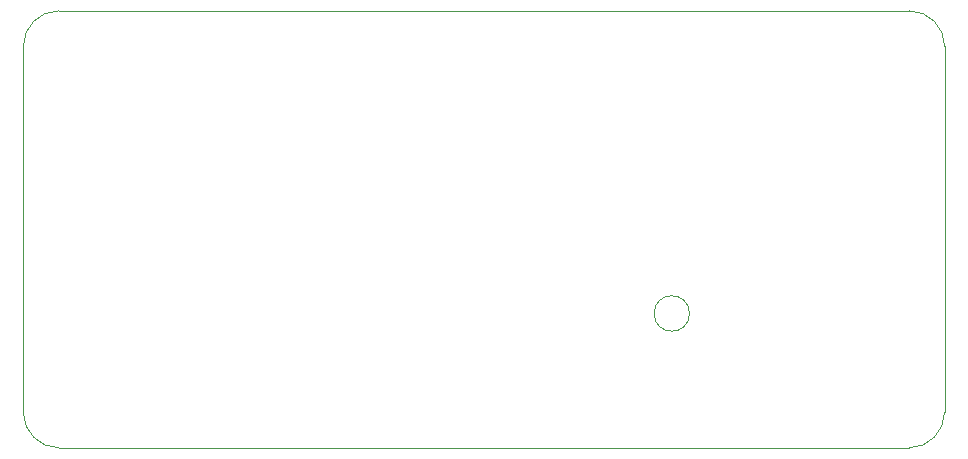
<source format=gbr>
G04 #@! TF.GenerationSoftware,KiCad,Pcbnew,(5.1.5)-3*
G04 #@! TF.CreationDate,2021-02-16T20:40:51+01:00*
G04 #@! TF.ProjectId,Nanoleafs,4e616e6f-6c65-4616-9673-2e6b69636164,rev?*
G04 #@! TF.SameCoordinates,Original*
G04 #@! TF.FileFunction,Profile,NP*
%FSLAX46Y46*%
G04 Gerber Fmt 4.6, Leading zero omitted, Abs format (unit mm)*
G04 Created by KiCad (PCBNEW (5.1.5)-3) date 2021-02-16 20:40:51*
%MOMM*%
%LPD*%
G04 APERTURE LIST*
%ADD10C,0.050000*%
G04 APERTURE END LIST*
D10*
X88400000Y-42631967D02*
G75*
G03X88400000Y-42631967I-1500000J0D01*
G01*
X32000000Y-51000000D02*
X32000000Y-20000000D01*
X107000000Y-54000000D02*
X35000000Y-54000000D01*
X110000000Y-20000000D02*
X110000000Y-51000000D01*
X35000000Y-17000000D02*
X107000000Y-17000000D01*
X107000000Y-17000000D02*
G75*
G02X110000000Y-20000000I0J-3000000D01*
G01*
X110000000Y-51000000D02*
G75*
G02X107000000Y-54000000I-3000000J0D01*
G01*
X35000000Y-54000000D02*
G75*
G02X32000000Y-51000000I0J3000000D01*
G01*
X32000000Y-20000000D02*
G75*
G02X35000000Y-17000000I3000000J0D01*
G01*
M02*

</source>
